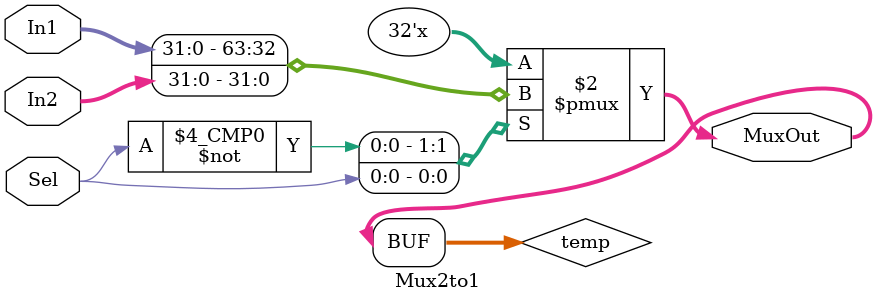
<source format=v>
`timescale 1ns / 1ps


module Mux2to1#(parameter DW = 32)
                (input [DW-1:0] In1, In2, 
                 input Sel,
                 output [DW-1:0] MuxOut);
 reg [DW-1:0] temp;
 
 assign MuxOut = temp;
 
 always @(*) begin
    case(Sel) 
    1'b0:       temp = In1; 
    1'b1:       temp = In2;
    default:    temp = In1;
    endcase
 end
                 
endmodule

</source>
